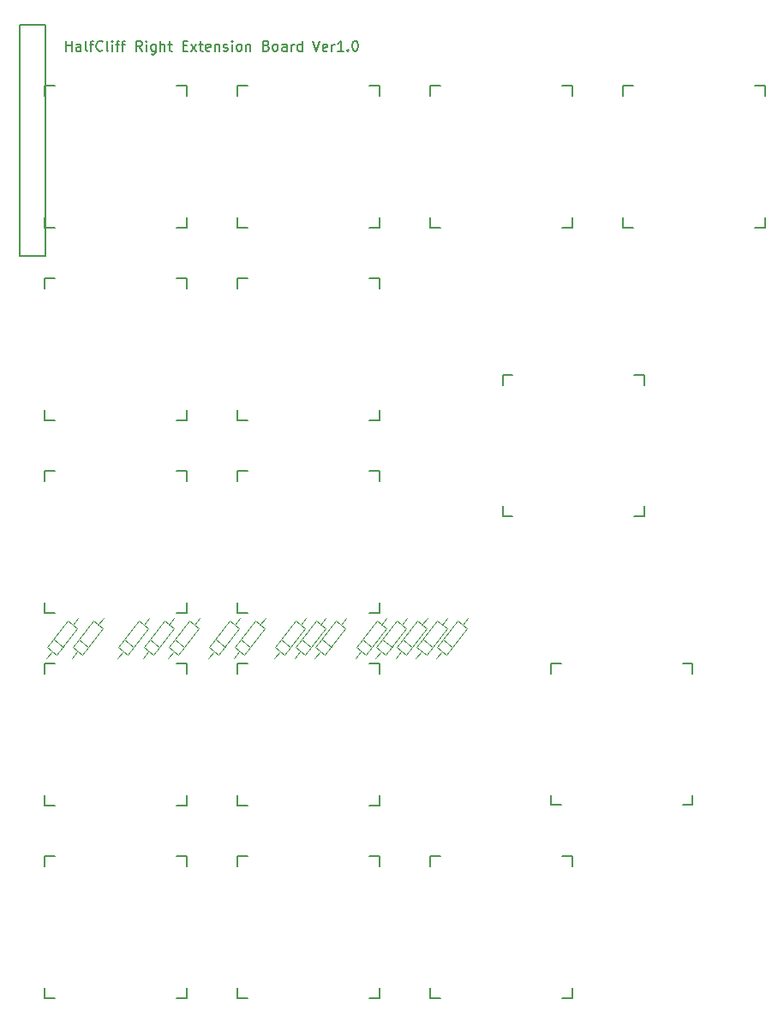
<source format=gto>
G04 #@! TF.GenerationSoftware,KiCad,Pcbnew,(5.1.9)-1*
G04 #@! TF.CreationDate,2021-04-17T22:20:15+09:00*
G04 #@! TF.ProjectId,______,f3e135fa-7f39-42e6-9b69-6361645f7063,rev?*
G04 #@! TF.SameCoordinates,Original*
G04 #@! TF.FileFunction,Legend,Top*
G04 #@! TF.FilePolarity,Positive*
%FSLAX46Y46*%
G04 Gerber Fmt 4.6, Leading zero omitted, Abs format (unit mm)*
G04 Created by KiCad (PCBNEW (5.1.9)-1) date 2021-04-17 22:20:15*
%MOMM*%
%LPD*%
G01*
G04 APERTURE LIST*
%ADD10C,0.150000*%
%ADD11C,0.120000*%
%ADD12C,1.700000*%
%ADD13C,1.900000*%
%ADD14C,4.000000*%
%ADD15C,3.050000*%
G04 APERTURE END LIST*
D10*
X4595238Y94147619D02*
X4595238Y95147619D01*
X4595238Y94671428D02*
X5166666Y94671428D01*
X5166666Y94147619D02*
X5166666Y95147619D01*
X6071428Y94147619D02*
X6071428Y94671428D01*
X6023809Y94766666D01*
X5928571Y94814285D01*
X5738095Y94814285D01*
X5642857Y94766666D01*
X6071428Y94195238D02*
X5976190Y94147619D01*
X5738095Y94147619D01*
X5642857Y94195238D01*
X5595238Y94290476D01*
X5595238Y94385714D01*
X5642857Y94480952D01*
X5738095Y94528571D01*
X5976190Y94528571D01*
X6071428Y94576190D01*
X6690476Y94147619D02*
X6595238Y94195238D01*
X6547619Y94290476D01*
X6547619Y95147619D01*
X6928571Y94814285D02*
X7309523Y94814285D01*
X7071428Y94147619D02*
X7071428Y95004761D01*
X7119047Y95100000D01*
X7214285Y95147619D01*
X7309523Y95147619D01*
X8214285Y94242857D02*
X8166666Y94195238D01*
X8023809Y94147619D01*
X7928571Y94147619D01*
X7785714Y94195238D01*
X7690476Y94290476D01*
X7642857Y94385714D01*
X7595238Y94576190D01*
X7595238Y94719047D01*
X7642857Y94909523D01*
X7690476Y95004761D01*
X7785714Y95100000D01*
X7928571Y95147619D01*
X8023809Y95147619D01*
X8166666Y95100000D01*
X8214285Y95052380D01*
X8785714Y94147619D02*
X8690476Y94195238D01*
X8642857Y94290476D01*
X8642857Y95147619D01*
X9166666Y94147619D02*
X9166666Y94814285D01*
X9166666Y95147619D02*
X9119047Y95100000D01*
X9166666Y95052380D01*
X9214285Y95100000D01*
X9166666Y95147619D01*
X9166666Y95052380D01*
X9499999Y94814285D02*
X9880952Y94814285D01*
X9642857Y94147619D02*
X9642857Y95004761D01*
X9690476Y95100000D01*
X9785714Y95147619D01*
X9880952Y95147619D01*
X10071428Y94814285D02*
X10452380Y94814285D01*
X10214285Y94147619D02*
X10214285Y95004761D01*
X10261904Y95100000D01*
X10357142Y95147619D01*
X10452380Y95147619D01*
X12119047Y94147619D02*
X11785714Y94623809D01*
X11547619Y94147619D02*
X11547619Y95147619D01*
X11928571Y95147619D01*
X12023809Y95100000D01*
X12071428Y95052380D01*
X12119047Y94957142D01*
X12119047Y94814285D01*
X12071428Y94719047D01*
X12023809Y94671428D01*
X11928571Y94623809D01*
X11547619Y94623809D01*
X12547619Y94147619D02*
X12547619Y94814285D01*
X12547619Y95147619D02*
X12499999Y95100000D01*
X12547619Y95052380D01*
X12595238Y95100000D01*
X12547619Y95147619D01*
X12547619Y95052380D01*
X13452380Y94814285D02*
X13452380Y94004761D01*
X13404761Y93909523D01*
X13357142Y93861904D01*
X13261904Y93814285D01*
X13119047Y93814285D01*
X13023809Y93861904D01*
X13452380Y94195238D02*
X13357142Y94147619D01*
X13166666Y94147619D01*
X13071428Y94195238D01*
X13023809Y94242857D01*
X12976190Y94338095D01*
X12976190Y94623809D01*
X13023809Y94719047D01*
X13071428Y94766666D01*
X13166666Y94814285D01*
X13357142Y94814285D01*
X13452380Y94766666D01*
X13928571Y94147619D02*
X13928571Y95147619D01*
X14357142Y94147619D02*
X14357142Y94671428D01*
X14309523Y94766666D01*
X14214285Y94814285D01*
X14071428Y94814285D01*
X13976190Y94766666D01*
X13928571Y94719047D01*
X14690476Y94814285D02*
X15071428Y94814285D01*
X14833333Y95147619D02*
X14833333Y94290476D01*
X14880952Y94195238D01*
X14976190Y94147619D01*
X15071428Y94147619D01*
X16166666Y94671428D02*
X16499999Y94671428D01*
X16642857Y94147619D02*
X16166666Y94147619D01*
X16166666Y95147619D01*
X16642857Y95147619D01*
X16976190Y94147619D02*
X17499999Y94814285D01*
X16976190Y94814285D02*
X17499999Y94147619D01*
X17738095Y94814285D02*
X18119047Y94814285D01*
X17880952Y95147619D02*
X17880952Y94290476D01*
X17928571Y94195238D01*
X18023809Y94147619D01*
X18119047Y94147619D01*
X18833333Y94195238D02*
X18738095Y94147619D01*
X18547619Y94147619D01*
X18452380Y94195238D01*
X18404761Y94290476D01*
X18404761Y94671428D01*
X18452380Y94766666D01*
X18547619Y94814285D01*
X18738095Y94814285D01*
X18833333Y94766666D01*
X18880952Y94671428D01*
X18880952Y94576190D01*
X18404761Y94480952D01*
X19309523Y94814285D02*
X19309523Y94147619D01*
X19309523Y94719047D02*
X19357142Y94766666D01*
X19452380Y94814285D01*
X19595238Y94814285D01*
X19690476Y94766666D01*
X19738095Y94671428D01*
X19738095Y94147619D01*
X20166666Y94195238D02*
X20261904Y94147619D01*
X20452380Y94147619D01*
X20547619Y94195238D01*
X20595238Y94290476D01*
X20595238Y94338095D01*
X20547619Y94433333D01*
X20452380Y94480952D01*
X20309523Y94480952D01*
X20214285Y94528571D01*
X20166666Y94623809D01*
X20166666Y94671428D01*
X20214285Y94766666D01*
X20309523Y94814285D01*
X20452380Y94814285D01*
X20547619Y94766666D01*
X21023809Y94147619D02*
X21023809Y94814285D01*
X21023809Y95147619D02*
X20976190Y95100000D01*
X21023809Y95052380D01*
X21071428Y95100000D01*
X21023809Y95147619D01*
X21023809Y95052380D01*
X21642857Y94147619D02*
X21547619Y94195238D01*
X21500000Y94242857D01*
X21452380Y94338095D01*
X21452380Y94623809D01*
X21500000Y94719047D01*
X21547619Y94766666D01*
X21642857Y94814285D01*
X21785714Y94814285D01*
X21880952Y94766666D01*
X21928571Y94719047D01*
X21976190Y94623809D01*
X21976190Y94338095D01*
X21928571Y94242857D01*
X21880952Y94195238D01*
X21785714Y94147619D01*
X21642857Y94147619D01*
X22404761Y94814285D02*
X22404761Y94147619D01*
X22404761Y94719047D02*
X22452380Y94766666D01*
X22547619Y94814285D01*
X22690476Y94814285D01*
X22785714Y94766666D01*
X22833333Y94671428D01*
X22833333Y94147619D01*
X24404761Y94671428D02*
X24547619Y94623809D01*
X24595238Y94576190D01*
X24642857Y94480952D01*
X24642857Y94338095D01*
X24595238Y94242857D01*
X24547619Y94195238D01*
X24452380Y94147619D01*
X24071428Y94147619D01*
X24071428Y95147619D01*
X24404761Y95147619D01*
X24499999Y95100000D01*
X24547619Y95052380D01*
X24595238Y94957142D01*
X24595238Y94861904D01*
X24547619Y94766666D01*
X24499999Y94719047D01*
X24404761Y94671428D01*
X24071428Y94671428D01*
X25214285Y94147619D02*
X25119047Y94195238D01*
X25071428Y94242857D01*
X25023809Y94338095D01*
X25023809Y94623809D01*
X25071428Y94719047D01*
X25119047Y94766666D01*
X25214285Y94814285D01*
X25357142Y94814285D01*
X25452380Y94766666D01*
X25499999Y94719047D01*
X25547619Y94623809D01*
X25547619Y94338095D01*
X25499999Y94242857D01*
X25452380Y94195238D01*
X25357142Y94147619D01*
X25214285Y94147619D01*
X26404761Y94147619D02*
X26404761Y94671428D01*
X26357142Y94766666D01*
X26261904Y94814285D01*
X26071428Y94814285D01*
X25976190Y94766666D01*
X26404761Y94195238D02*
X26309523Y94147619D01*
X26071428Y94147619D01*
X25976190Y94195238D01*
X25928571Y94290476D01*
X25928571Y94385714D01*
X25976190Y94480952D01*
X26071428Y94528571D01*
X26309523Y94528571D01*
X26404761Y94576190D01*
X26880952Y94147619D02*
X26880952Y94814285D01*
X26880952Y94623809D02*
X26928571Y94719047D01*
X26976190Y94766666D01*
X27071428Y94814285D01*
X27166666Y94814285D01*
X27928571Y94147619D02*
X27928571Y95147619D01*
X27928571Y94195238D02*
X27833333Y94147619D01*
X27642857Y94147619D01*
X27547619Y94195238D01*
X27499999Y94242857D01*
X27452380Y94338095D01*
X27452380Y94623809D01*
X27499999Y94719047D01*
X27547619Y94766666D01*
X27642857Y94814285D01*
X27833333Y94814285D01*
X27928571Y94766666D01*
X29023809Y95147619D02*
X29357142Y94147619D01*
X29690476Y95147619D01*
X30404761Y94195238D02*
X30309523Y94147619D01*
X30119047Y94147619D01*
X30023809Y94195238D01*
X29976190Y94290476D01*
X29976190Y94671428D01*
X30023809Y94766666D01*
X30119047Y94814285D01*
X30309523Y94814285D01*
X30404761Y94766666D01*
X30452380Y94671428D01*
X30452380Y94576190D01*
X29976190Y94480952D01*
X30880952Y94147619D02*
X30880952Y94814285D01*
X30880952Y94623809D02*
X30928571Y94719047D01*
X30976190Y94766666D01*
X31071428Y94814285D01*
X31166666Y94814285D01*
X32023809Y94147619D02*
X31452380Y94147619D01*
X31738095Y94147619D02*
X31738095Y95147619D01*
X31642857Y95004761D01*
X31547619Y94909523D01*
X31452380Y94861904D01*
X32452380Y94242857D02*
X32499999Y94195238D01*
X32452380Y94147619D01*
X32404761Y94195238D01*
X32452380Y94242857D01*
X32452380Y94147619D01*
X33119047Y95147619D02*
X33214285Y95147619D01*
X33309523Y95100000D01*
X33357142Y95052380D01*
X33404761Y94957142D01*
X33452380Y94766666D01*
X33452380Y94528571D01*
X33404761Y94338095D01*
X33357142Y94242857D01*
X33309523Y94195238D01*
X33214285Y94147619D01*
X33119047Y94147619D01*
X33023809Y94195238D01*
X32976190Y94242857D01*
X32928571Y94338095D01*
X32880952Y94528571D01*
X32880952Y94766666D01*
X32928571Y94957142D01*
X32976190Y95052380D01*
X33023809Y95100000D01*
X33119047Y95147619D01*
D11*
X29734159Y34799782D02*
X29180063Y34090573D01*
X29261352Y35169179D02*
X30206965Y34430385D01*
X32289154Y38070027D02*
X31765841Y37400218D01*
X32238648Y37030821D02*
X30206965Y34430385D01*
X32238648Y37030821D02*
X31293035Y37769615D01*
X31293035Y37769615D02*
X29261352Y35169179D01*
X29877014Y35957190D02*
X30822626Y35218396D01*
X33877014Y35957190D02*
X34822626Y35218396D01*
X35293035Y37769615D02*
X33261352Y35169179D01*
X36238648Y37030821D02*
X35293035Y37769615D01*
X36238648Y37030821D02*
X34206965Y34430385D01*
X36289154Y38070027D02*
X35765841Y37400218D01*
X33261352Y35169179D02*
X34206965Y34430385D01*
X33734159Y34799782D02*
X33180063Y34090573D01*
D10*
X22550000Y19550000D02*
X21550000Y19550000D01*
X21550000Y20550000D02*
X21550000Y19550000D01*
X35550000Y33550000D02*
X34550000Y33550000D01*
X35550000Y32550000D02*
X35550000Y33550000D01*
X35550000Y19550000D02*
X35550000Y20550000D01*
X34550000Y19550000D02*
X35550000Y19550000D01*
X21550000Y33550000D02*
X22550000Y33550000D01*
X21550000Y32550000D02*
X21550000Y33550000D01*
X3500000Y19550000D02*
X2500000Y19550000D01*
X2500000Y20550000D02*
X2500000Y19550000D01*
X16500000Y33550000D02*
X15500000Y33550000D01*
X16500000Y32550000D02*
X16500000Y33550000D01*
X16500000Y19550000D02*
X16500000Y20550000D01*
X15500000Y19550000D02*
X16500000Y19550000D01*
X2500000Y33550000D02*
X3500000Y33550000D01*
X2500000Y32550000D02*
X2500000Y33550000D01*
X3500000Y57650000D02*
X2500000Y57650000D01*
X2500000Y58650000D02*
X2500000Y57650000D01*
X16500000Y71650000D02*
X15500000Y71650000D01*
X16500000Y70650000D02*
X16500000Y71650000D01*
X16500000Y57650000D02*
X16500000Y58650000D01*
X15500000Y57650000D02*
X16500000Y57650000D01*
X2500000Y71650000D02*
X3500000Y71650000D01*
X2500000Y70650000D02*
X2500000Y71650000D01*
X3500000Y76700000D02*
X2500000Y76700000D01*
X2500000Y77700000D02*
X2500000Y76700000D01*
X16500000Y90700000D02*
X15500000Y90700000D01*
X16500000Y89700000D02*
X16500000Y90700000D01*
X16500000Y76700000D02*
X16500000Y77700000D01*
X15500000Y76700000D02*
X16500000Y76700000D01*
X2500000Y90700000D02*
X3500000Y90700000D01*
X2500000Y89700000D02*
X2500000Y90700000D01*
X21550000Y89700000D02*
X21550000Y90700000D01*
X21550000Y90700000D02*
X22550000Y90700000D01*
X34550000Y76700000D02*
X35550000Y76700000D01*
X35550000Y76700000D02*
X35550000Y77700000D01*
X35550000Y89700000D02*
X35550000Y90700000D01*
X35550000Y90700000D02*
X34550000Y90700000D01*
X21550000Y77700000D02*
X21550000Y76700000D01*
X22550000Y76700000D02*
X21550000Y76700000D01*
X22550000Y57650000D02*
X21550000Y57650000D01*
X21550000Y58650000D02*
X21550000Y57650000D01*
X35550000Y71650000D02*
X34550000Y71650000D01*
X35550000Y70650000D02*
X35550000Y71650000D01*
X35550000Y57650000D02*
X35550000Y58650000D01*
X34550000Y57650000D02*
X35550000Y57650000D01*
X21550000Y71650000D02*
X22550000Y71650000D01*
X21550000Y70650000D02*
X21550000Y71650000D01*
X21550000Y51600000D02*
X21550000Y52600000D01*
X21550000Y52600000D02*
X22550000Y52600000D01*
X34550000Y38600000D02*
X35550000Y38600000D01*
X35550000Y38600000D02*
X35550000Y39600000D01*
X35550000Y51600000D02*
X35550000Y52600000D01*
X35550000Y52600000D02*
X34550000Y52600000D01*
X21550000Y39600000D02*
X21550000Y38600000D01*
X22550000Y38600000D02*
X21550000Y38600000D01*
X21550000Y13500000D02*
X21550000Y14500000D01*
X21550000Y14500000D02*
X22550000Y14500000D01*
X34550000Y500000D02*
X35550000Y500000D01*
X35550000Y500000D02*
X35550000Y1500000D01*
X35550000Y13500000D02*
X35550000Y14500000D01*
X35550000Y14500000D02*
X34550000Y14500000D01*
X21550000Y1500000D02*
X21550000Y500000D01*
X22550000Y500000D02*
X21550000Y500000D01*
X2500000Y13500000D02*
X2500000Y14500000D01*
X2500000Y14500000D02*
X3500000Y14500000D01*
X15500000Y500000D02*
X16500000Y500000D01*
X16500000Y500000D02*
X16500000Y1500000D01*
X16500000Y13500000D02*
X16500000Y14500000D01*
X16500000Y14500000D02*
X15500000Y14500000D01*
X2500000Y1500000D02*
X2500000Y500000D01*
X3500000Y500000D02*
X2500000Y500000D01*
X0Y96710000D02*
X2540000Y96710000D01*
X2540000Y96710000D02*
X2540000Y73850000D01*
X2540000Y73850000D02*
X0Y73850000D01*
X0Y73850000D02*
X0Y96710000D01*
X40600000Y89700000D02*
X40600000Y90700000D01*
X40600000Y90700000D02*
X41600000Y90700000D01*
X53600000Y76700000D02*
X54600000Y76700000D01*
X54600000Y76700000D02*
X54600000Y77700000D01*
X54600000Y89700000D02*
X54600000Y90700000D01*
X54600000Y90700000D02*
X53600000Y90700000D01*
X40600000Y77700000D02*
X40600000Y76700000D01*
X41600000Y76700000D02*
X40600000Y76700000D01*
X59650000Y89700000D02*
X59650000Y90700000D01*
X59650000Y90700000D02*
X60650000Y90700000D01*
X72650000Y76700000D02*
X73650000Y76700000D01*
X73650000Y76700000D02*
X73650000Y77700000D01*
X73650000Y89700000D02*
X73650000Y90700000D01*
X73650000Y90700000D02*
X72650000Y90700000D01*
X59650000Y77700000D02*
X59650000Y76700000D01*
X60650000Y76700000D02*
X59650000Y76700000D01*
X41600000Y500000D02*
X40600000Y500000D01*
X40600000Y1500000D02*
X40600000Y500000D01*
X54600000Y14500000D02*
X53600000Y14500000D01*
X54600000Y13500000D02*
X54600000Y14500000D01*
X54600000Y500000D02*
X54600000Y1500000D01*
X53600000Y500000D02*
X54600000Y500000D01*
X40600000Y14500000D02*
X41600000Y14500000D01*
X40600000Y13500000D02*
X40600000Y14500000D01*
D11*
X15234159Y34799782D02*
X14680063Y34090573D01*
X14761352Y35169179D02*
X15706965Y34430385D01*
X17789154Y38070027D02*
X17265841Y37400218D01*
X17738648Y37030821D02*
X15706965Y34430385D01*
X17738648Y37030821D02*
X16793035Y37769615D01*
X16793035Y37769615D02*
X14761352Y35169179D01*
X15377014Y35957190D02*
X16322626Y35218396D01*
X12734159Y34799782D02*
X12180063Y34090573D01*
X12261352Y35169179D02*
X13206965Y34430385D01*
X15289154Y38070027D02*
X14765841Y37400218D01*
X15238648Y37030821D02*
X13206965Y34430385D01*
X15238648Y37030821D02*
X14293035Y37769615D01*
X14293035Y37769615D02*
X12261352Y35169179D01*
X12877014Y35957190D02*
X13822626Y35218396D01*
X10234159Y34799782D02*
X9680063Y34090573D01*
X9761352Y35169179D02*
X10706965Y34430385D01*
X12789154Y38070027D02*
X12265841Y37400218D01*
X12738648Y37030821D02*
X10706965Y34430385D01*
X12738648Y37030821D02*
X11793035Y37769615D01*
X11793035Y37769615D02*
X9761352Y35169179D01*
X10377014Y35957190D02*
X11322626Y35218396D01*
X5734159Y34799782D02*
X5180063Y34090573D01*
X5261352Y35169179D02*
X6206965Y34430385D01*
X8289154Y38070027D02*
X7765841Y37400218D01*
X8238648Y37030821D02*
X6206965Y34430385D01*
X8238648Y37030821D02*
X7293035Y37769615D01*
X7293035Y37769615D02*
X5261352Y35169179D01*
X5877014Y35957190D02*
X6822626Y35218396D01*
X3234159Y34799782D02*
X2680063Y34090573D01*
X2761352Y35169179D02*
X3706965Y34430385D01*
X5789154Y38070027D02*
X5265841Y37400218D01*
X5738648Y37030821D02*
X3706965Y34430385D01*
X5738648Y37030821D02*
X4793035Y37769615D01*
X4793035Y37769615D02*
X2761352Y35169179D01*
X3377014Y35957190D02*
X4322626Y35218396D01*
X27877014Y35957190D02*
X28822626Y35218396D01*
X29293035Y37769615D02*
X27261352Y35169179D01*
X30238648Y37030821D02*
X29293035Y37769615D01*
X30238648Y37030821D02*
X28206965Y34430385D01*
X30289154Y38070027D02*
X29765841Y37400218D01*
X27261352Y35169179D02*
X28206965Y34430385D01*
X27734159Y34799782D02*
X27180063Y34090573D01*
X25734159Y34799782D02*
X25180063Y34090573D01*
X25261352Y35169179D02*
X26206965Y34430385D01*
X28289154Y38070027D02*
X27765841Y37400218D01*
X28238648Y37030821D02*
X26206965Y34430385D01*
X28238648Y37030821D02*
X27293035Y37769615D01*
X27293035Y37769615D02*
X25261352Y35169179D01*
X25877014Y35957190D02*
X26822626Y35218396D01*
X21877014Y35957190D02*
X22822626Y35218396D01*
X23293035Y37769615D02*
X21261352Y35169179D01*
X24238648Y37030821D02*
X23293035Y37769615D01*
X24238648Y37030821D02*
X22206965Y34430385D01*
X24289154Y38070027D02*
X23765841Y37400218D01*
X21261352Y35169179D02*
X22206965Y34430385D01*
X21734159Y34799782D02*
X21180063Y34090573D01*
X19234159Y34799782D02*
X18680063Y34090573D01*
X18761352Y35169179D02*
X19706965Y34430385D01*
X21789154Y38070027D02*
X21265841Y37400218D01*
X21738648Y37030821D02*
X19706965Y34430385D01*
X21738648Y37030821D02*
X20793035Y37769615D01*
X20793035Y37769615D02*
X18761352Y35169179D01*
X19377014Y35957190D02*
X20322626Y35218396D01*
X35877014Y35957190D02*
X36822626Y35218396D01*
X37293035Y37769615D02*
X35261352Y35169179D01*
X38238648Y37030821D02*
X37293035Y37769615D01*
X38238648Y37030821D02*
X36206965Y34430385D01*
X38289154Y38070027D02*
X37765841Y37400218D01*
X35261352Y35169179D02*
X36206965Y34430385D01*
X35734159Y34799782D02*
X35180063Y34090573D01*
X37877014Y35957190D02*
X38822626Y35218396D01*
X39293035Y37769615D02*
X37261352Y35169179D01*
X40238648Y37030821D02*
X39293035Y37769615D01*
X40238648Y37030821D02*
X38206965Y34430385D01*
X40289154Y38070027D02*
X39765841Y37400218D01*
X37261352Y35169179D02*
X38206965Y34430385D01*
X37734159Y34799782D02*
X37180063Y34090573D01*
X39734159Y34799782D02*
X39180063Y34090573D01*
X39261352Y35169179D02*
X40206965Y34430385D01*
X42289154Y38070027D02*
X41765841Y37400218D01*
X42238648Y37030821D02*
X40206965Y34430385D01*
X42238648Y37030821D02*
X41293035Y37769615D01*
X41293035Y37769615D02*
X39261352Y35169179D01*
X39877014Y35957190D02*
X40822626Y35218396D01*
X41734159Y34799782D02*
X41180063Y34090573D01*
X41261352Y35169179D02*
X42206965Y34430385D01*
X44289154Y38070027D02*
X43765841Y37400218D01*
X44238648Y37030821D02*
X42206965Y34430385D01*
X44238648Y37030821D02*
X43293035Y37769615D01*
X43293035Y37769615D02*
X41261352Y35169179D01*
X41877014Y35957190D02*
X42822626Y35218396D01*
D10*
X47743750Y61125000D02*
X47743750Y62125000D01*
X47743750Y62125000D02*
X48743750Y62125000D01*
X61743750Y48125000D02*
X61743750Y49125000D01*
X48743750Y48125000D02*
X47743750Y48125000D01*
X47743750Y49125000D02*
X47743750Y48125000D01*
X60743750Y48125000D02*
X61743750Y48125000D01*
X61743750Y61125000D02*
X61743750Y62125000D01*
X61743750Y62125000D02*
X60743750Y62125000D01*
X52531250Y32575000D02*
X52531250Y33575000D01*
X52531250Y33575000D02*
X53531250Y33575000D01*
X66531250Y19575000D02*
X66531250Y20575000D01*
X53531250Y19575000D02*
X52531250Y19575000D01*
X52531250Y20575000D02*
X52531250Y19575000D01*
X65531250Y19575000D02*
X66531250Y19575000D01*
X66531250Y32575000D02*
X66531250Y33575000D01*
X66531250Y33575000D02*
X65531250Y33575000D01*
X3500000Y38600000D02*
X2500000Y38600000D01*
X2500000Y39600000D02*
X2500000Y38600000D01*
X16500000Y52600000D02*
X15500000Y52600000D01*
X16500000Y51600000D02*
X16500000Y52600000D01*
X16500000Y38600000D02*
X16500000Y39600000D01*
X15500000Y38600000D02*
X16500000Y38600000D01*
X2500000Y52600000D02*
X3500000Y52600000D01*
X2500000Y51600000D02*
X2500000Y52600000D01*
%LPC*%
D12*
X23470000Y26550000D03*
X33630000Y26550000D03*
D13*
X34050000Y26550000D03*
X23050000Y26550000D03*
D14*
X28550000Y26550000D03*
D12*
X4420000Y26550000D03*
X14580000Y26550000D03*
D13*
X15000000Y26550000D03*
X4000000Y26550000D03*
D14*
X9500000Y26550000D03*
D12*
X4420000Y64650000D03*
X14580000Y64650000D03*
D13*
X15000000Y64650000D03*
X4000000Y64650000D03*
D14*
X9500000Y64650000D03*
D12*
X4420000Y83700000D03*
X14580000Y83700000D03*
D13*
X15000000Y83700000D03*
X4000000Y83700000D03*
D14*
X9500000Y83700000D03*
D12*
X23470000Y83700000D03*
X33630000Y83700000D03*
D13*
X34050000Y83700000D03*
X23050000Y83700000D03*
D14*
X28550000Y83700000D03*
X28550000Y64650000D03*
D13*
X23050000Y64650000D03*
X34050000Y64650000D03*
D12*
X33630000Y64650000D03*
X23470000Y64650000D03*
X23470000Y45600000D03*
X33630000Y45600000D03*
D13*
X34050000Y45600000D03*
X23050000Y45600000D03*
D14*
X28550000Y45600000D03*
D12*
X23470000Y7500000D03*
X33630000Y7500000D03*
D13*
X34050000Y7500000D03*
X23050000Y7500000D03*
D14*
X28550000Y7500000D03*
X9500000Y7500000D03*
D13*
X4000000Y7500000D03*
X15000000Y7500000D03*
D12*
X14580000Y7500000D03*
X4420000Y7500000D03*
D14*
X47600000Y83700000D03*
D13*
X42100000Y83700000D03*
X53100000Y83700000D03*
D12*
X52680000Y83700000D03*
X42520000Y83700000D03*
D14*
X66650000Y83700000D03*
D13*
X61150000Y83700000D03*
X72150000Y83700000D03*
D12*
X71730000Y83700000D03*
X61570000Y83700000D03*
X42520000Y7500000D03*
X52680000Y7500000D03*
D13*
X53100000Y7500000D03*
X42100000Y7500000D03*
D14*
X47600000Y7500000D03*
D13*
X49243750Y55125000D03*
D14*
X54743750Y55125000D03*
D13*
X60243750Y55125000D03*
D12*
X59823750Y55125000D03*
X49663750Y55125000D03*
D14*
X46503750Y43225000D03*
D15*
X61743750Y43225000D03*
X61743750Y67025000D03*
D14*
X46503750Y67025000D03*
D13*
X54031250Y26575000D03*
D14*
X59531250Y26575000D03*
D13*
X65031250Y26575000D03*
D12*
X64611250Y26575000D03*
X54451250Y26575000D03*
D14*
X47631250Y34815000D03*
D15*
X47631250Y19575000D03*
X71431250Y19575000D03*
D14*
X71431250Y34815000D03*
X9500000Y45600000D03*
D13*
X4000000Y45600000D03*
X15000000Y45600000D03*
D12*
X14580000Y45600000D03*
X4420000Y45600000D03*
M02*

</source>
